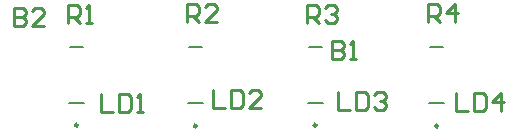
<source format=gto>
%FSLAX24Y24*%
%MOIN*%
G70*
G01*
G75*
G04 Layer_Color=65535*
%ADD10R,0.0551X0.0374*%
%ADD11R,0.0551X0.0354*%
%ADD12C,0.0197*%
%ADD13C,0.1063*%
%ADD14O,0.0787X0.0709*%
%ADD15C,0.0098*%
%ADD16C,0.0079*%
%ADD17C,0.0100*%
D15*
X40349Y14352D02*
G03*
X40349Y14352I-49J0D01*
G01*
X52349Y14328D02*
G03*
X52349Y14328I-49J0D01*
G01*
X48299Y14352D02*
G03*
X48299Y14352I-49J0D01*
G01*
X44299Y14328D02*
G03*
X44299Y14328I-49J0D01*
G01*
D16*
X52083Y16950D02*
X52517D01*
X48033D02*
X48467D01*
X44033D02*
X44467D01*
X40083D02*
X40517D01*
X40044Y15100D02*
X40556D01*
X52044Y15076D02*
X52556D01*
X47994Y15100D02*
X48506D01*
X43994Y15076D02*
X44506D01*
D17*
X38205Y18245D02*
Y17645D01*
X38505D01*
X38605Y17745D01*
Y17845D01*
X38505Y17945D01*
X38205D01*
X38505D01*
X38605Y18045D01*
Y18145D01*
X38505Y18245D01*
X38205D01*
X39205Y17645D02*
X38805D01*
X39205Y18045D01*
Y18145D01*
X39105Y18245D01*
X38905D01*
X38805Y18145D01*
X48800Y17150D02*
Y16550D01*
X49100D01*
X49200Y16650D01*
Y16750D01*
X49100Y16850D01*
X48800D01*
X49100D01*
X49200Y16950D01*
Y17050D01*
X49100Y17150D01*
X48800D01*
X49400Y16550D02*
X49600D01*
X49500D01*
Y17150D01*
X49400Y17050D01*
X41100Y15400D02*
Y14800D01*
X41500D01*
X41700Y15400D02*
Y14800D01*
X42000D01*
X42100Y14900D01*
Y15300D01*
X42000Y15400D01*
X41700D01*
X42300Y14800D02*
X42500D01*
X42400D01*
Y15400D01*
X42300Y15300D01*
X44850Y15526D02*
Y14926D01*
X45250D01*
X45450Y15526D02*
Y14926D01*
X45750D01*
X45850Y15026D01*
Y15426D01*
X45750Y15526D01*
X45450D01*
X46449Y14926D02*
X46050D01*
X46449Y15326D01*
Y15426D01*
X46350Y15526D01*
X46150D01*
X46050Y15426D01*
X49000Y15450D02*
Y14850D01*
X49400D01*
X49600Y15450D02*
Y14850D01*
X49900D01*
X50000Y14950D01*
Y15350D01*
X49900Y15450D01*
X49600D01*
X50200Y15350D02*
X50300Y15450D01*
X50500D01*
X50599Y15350D01*
Y15250D01*
X50500Y15150D01*
X50400D01*
X50500D01*
X50599Y15050D01*
Y14950D01*
X50500Y14850D01*
X50300D01*
X50200Y14950D01*
X52950Y15426D02*
Y14826D01*
X53350D01*
X53550Y15426D02*
Y14826D01*
X53850D01*
X53950Y14926D01*
Y15326D01*
X53850Y15426D01*
X53550D01*
X54450Y14826D02*
Y15426D01*
X54150Y15126D01*
X54549D01*
X40020Y17750D02*
Y18350D01*
X40320D01*
X40420Y18250D01*
Y18050D01*
X40320Y17950D01*
X40020D01*
X40220D02*
X40420Y17750D01*
X40620D02*
X40820D01*
X40720D01*
Y18350D01*
X40620Y18250D01*
X43970Y17780D02*
Y18380D01*
X44270D01*
X44370Y18280D01*
Y18080D01*
X44270Y17980D01*
X43970D01*
X44170D02*
X44370Y17780D01*
X44970D02*
X44570D01*
X44970Y18180D01*
Y18280D01*
X44870Y18380D01*
X44670D01*
X44570Y18280D01*
X47970Y17756D02*
Y18356D01*
X48270D01*
X48370Y18256D01*
Y18056D01*
X48270Y17956D01*
X47970D01*
X48170D02*
X48370Y17756D01*
X48570Y18256D02*
X48670Y18356D01*
X48870D01*
X48970Y18256D01*
Y18156D01*
X48870Y18056D01*
X48770D01*
X48870D01*
X48970Y17956D01*
Y17856D01*
X48870Y17756D01*
X48670D01*
X48570Y17856D01*
X52020Y17780D02*
Y18380D01*
X52320D01*
X52420Y18280D01*
Y18080D01*
X52320Y17980D01*
X52020D01*
X52220D02*
X52420Y17780D01*
X52920D02*
Y18380D01*
X52620Y18080D01*
X53020D01*
M02*

</source>
